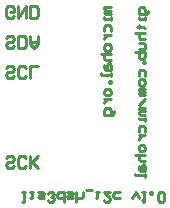
<source format=gbo>
G04 Layer_Color=13813960*
%FSLAX25Y25*%
%MOIN*%
G70*
G01*
G75*
%ADD21C,0.01000*%
D21*
X130500Y418000D02*
X131566D01*
X131033D01*
Y414801D01*
X130500D01*
X133166Y418000D02*
X134232D01*
X133699D01*
Y415867D01*
X133166D01*
X135832Y418000D02*
X137431D01*
X137964Y417467D01*
X137431Y416934D01*
X136365D01*
X135832Y416400D01*
X136365Y415867D01*
X137964D01*
X139031Y415334D02*
X139564Y414801D01*
X140630D01*
X141163Y415334D01*
Y415867D01*
X140630Y416400D01*
X140097D01*
X140630D01*
X141163Y416934D01*
Y417467D01*
X140630Y418000D01*
X139564D01*
X139031Y417467D01*
X144362Y414801D02*
Y418000D01*
X142763D01*
X142229Y417467D01*
Y416400D01*
X142763Y415867D01*
X144362D01*
X145429Y418000D02*
X147028D01*
X147561Y417467D01*
X147028Y416934D01*
X145962D01*
X145429Y416400D01*
X145962Y415867D01*
X147561D01*
X148627Y414801D02*
Y418000D01*
Y416400D01*
X149161Y415867D01*
X150227D01*
X150760Y416400D01*
Y418000D01*
X151826Y418533D02*
X153959D01*
X155025Y418000D02*
X156092D01*
X155559D01*
Y415867D01*
X155025D01*
X159824Y418000D02*
X157691D01*
X159824Y415867D01*
Y415334D01*
X159291Y414801D01*
X158224D01*
X157691Y415334D01*
X163023Y415867D02*
X161423D01*
X160890Y416400D01*
Y417467D01*
X161423Y418000D01*
X163023D01*
X167288Y415867D02*
X168354Y418000D01*
X169421Y415867D01*
X170487Y418000D02*
X171553D01*
X171020D01*
Y414801D01*
X170487Y415334D01*
X173153Y418000D02*
Y417467D01*
X173686D01*
Y418000D01*
X173153D01*
X175819Y415334D02*
X176352Y414801D01*
X177418D01*
X177951Y415334D01*
Y417467D01*
X177418Y418000D01*
X176352D01*
X175819Y417467D01*
Y415334D01*
X160000Y479500D02*
X157867D01*
Y478967D01*
X158400Y478434D01*
X160000D01*
X158400D01*
X157867Y477901D01*
X158400Y477367D01*
X160000D01*
Y476301D02*
Y475235D01*
Y475768D01*
X157867D01*
Y476301D01*
Y471503D02*
Y473102D01*
X158400Y473635D01*
X159467D01*
X160000Y473102D01*
Y471503D01*
X157867Y470436D02*
X160000D01*
X158934D01*
X158400Y469903D01*
X157867Y469370D01*
Y468837D01*
X160000Y466704D02*
Y465638D01*
X159467Y465105D01*
X158400D01*
X157867Y465638D01*
Y466704D01*
X158400Y467237D01*
X159467D01*
X160000Y466704D01*
X156801Y464038D02*
X160000D01*
X158400D01*
X157867Y463505D01*
Y462439D01*
X158400Y461906D01*
X160000D01*
X157867Y460306D02*
Y459240D01*
X158400Y458707D01*
X160000D01*
Y460306D01*
X159467Y460839D01*
X158934Y460306D01*
Y458707D01*
X160000Y457640D02*
Y456574D01*
Y457107D01*
X156801D01*
Y457640D01*
X160000Y454975D02*
X159467D01*
Y454441D01*
X160000D01*
Y454975D01*
Y451776D02*
Y450709D01*
X159467Y450176D01*
X158400D01*
X157867Y450709D01*
Y451776D01*
X158400Y452309D01*
X159467D01*
X160000Y451776D01*
X157867Y449110D02*
X160000D01*
X158934D01*
X158400Y448577D01*
X157867Y448043D01*
Y447510D01*
X161066Y444844D02*
Y444311D01*
X160533Y443778D01*
X157867D01*
Y445378D01*
X158400Y445911D01*
X159467D01*
X160000Y445378D01*
Y443778D01*
X172566Y478434D02*
Y477901D01*
X172033Y477367D01*
X169367D01*
Y478967D01*
X169901Y479500D01*
X170967D01*
X171500Y478967D01*
Y477367D01*
Y476301D02*
Y475235D01*
Y475768D01*
X169367D01*
Y476301D01*
X168834Y473102D02*
X169367D01*
Y473635D01*
Y472569D01*
Y473102D01*
X170967D01*
X171500Y472569D01*
X168301Y470969D02*
X171500D01*
X169901D01*
X169367Y470436D01*
Y469370D01*
X169901Y468837D01*
X171500D01*
X169367Y467770D02*
X170967D01*
X171500Y467237D01*
Y465638D01*
X169367D01*
X168301Y464572D02*
X171500D01*
Y462972D01*
X170967Y462439D01*
X170434D01*
X169901D01*
X169367Y462972D01*
Y464572D01*
X171500Y461373D02*
X170967D01*
Y460839D01*
X171500D01*
Y461373D01*
X169367Y456574D02*
Y458174D01*
X169901Y458707D01*
X170967D01*
X171500Y458174D01*
Y456574D01*
Y454975D02*
Y453908D01*
X170967Y453375D01*
X169901D01*
X169367Y453908D01*
Y454975D01*
X169901Y455508D01*
X170967D01*
X171500Y454975D01*
Y452309D02*
X169367D01*
Y451776D01*
X169901Y451242D01*
X171500D01*
X169901D01*
X169367Y450709D01*
X169901Y450176D01*
X171500D01*
Y449110D02*
X169367Y446977D01*
X171500Y445911D02*
X169367D01*
Y445378D01*
X169901Y444844D01*
X171500D01*
X169901D01*
X169367Y444311D01*
X169901Y443778D01*
X171500D01*
Y442712D02*
Y441646D01*
Y442179D01*
X169367D01*
Y442712D01*
Y437913D02*
Y439513D01*
X169901Y440046D01*
X170967D01*
X171500Y439513D01*
Y437913D01*
X169367Y436847D02*
X171500D01*
X170434D01*
X169901Y436314D01*
X169367Y435781D01*
Y435248D01*
X171500Y433115D02*
Y432049D01*
X170967Y431516D01*
X169901D01*
X169367Y432049D01*
Y433115D01*
X169901Y433648D01*
X170967D01*
X171500Y433115D01*
X168301Y430449D02*
X171500D01*
X169901D01*
X169367Y429916D01*
Y428850D01*
X169901Y428316D01*
X171500D01*
X169367Y426717D02*
Y425651D01*
X169901Y425118D01*
X171500D01*
Y426717D01*
X170967Y427250D01*
X170434Y426717D01*
Y425118D01*
X171500Y424051D02*
Y422985D01*
Y423518D01*
X168301D01*
Y424051D01*
X127666Y476668D02*
X126999Y476001D01*
X125666D01*
X125000Y476668D01*
Y479334D01*
X125666Y480000D01*
X126999D01*
X127666Y479334D01*
Y478001D01*
X126333D01*
X128999Y480000D02*
Y476001D01*
X131665Y480000D01*
Y476001D01*
X132997D02*
Y480000D01*
X134997D01*
X135663Y479334D01*
Y476668D01*
X134997Y476001D01*
X132997D01*
X127666Y466668D02*
X126999Y466001D01*
X125666D01*
X125000Y466668D01*
Y467334D01*
X125666Y468001D01*
X126999D01*
X127666Y468667D01*
Y469334D01*
X126999Y470000D01*
X125666D01*
X125000Y469334D01*
X128999Y466001D02*
Y470000D01*
X130998D01*
X131665Y469334D01*
Y466668D01*
X130998Y466001D01*
X128999D01*
X132997Y470000D02*
Y467334D01*
X134330Y466001D01*
X135663Y467334D01*
Y470000D01*
Y468001D01*
X132997D01*
X127666Y456668D02*
X126999Y456001D01*
X125666D01*
X125000Y456668D01*
Y457334D01*
X125666Y458001D01*
X126999D01*
X127666Y458667D01*
Y459334D01*
X126999Y460000D01*
X125666D01*
X125000Y459334D01*
X131665Y456668D02*
X130998Y456001D01*
X129665D01*
X128999Y456668D01*
Y459334D01*
X129665Y460000D01*
X130998D01*
X131665Y459334D01*
X132997Y456001D02*
Y460000D01*
X135663D01*
X127666Y426668D02*
X126999Y426001D01*
X125666D01*
X125000Y426668D01*
Y427334D01*
X125666Y428001D01*
X126999D01*
X127666Y428667D01*
Y429334D01*
X126999Y430000D01*
X125666D01*
X125000Y429334D01*
X131665Y426668D02*
X130998Y426001D01*
X129665D01*
X128999Y426668D01*
Y429334D01*
X129665Y430000D01*
X130998D01*
X131665Y429334D01*
X132997Y426001D02*
Y430000D01*
Y428667D01*
X135663Y426001D01*
X133664Y428001D01*
X135663Y430000D01*
M02*

</source>
